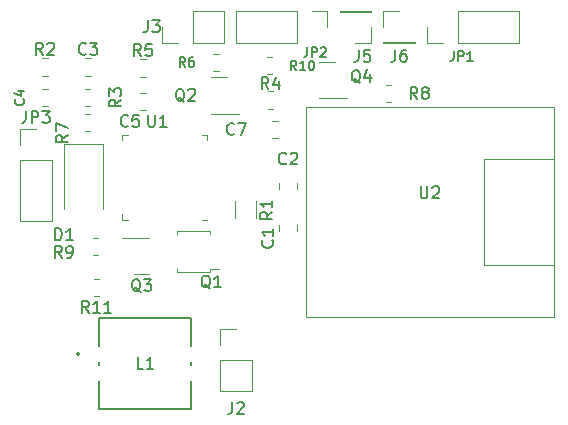
<source format=gbr>
%TF.GenerationSoftware,KiCad,Pcbnew,7.0.9*%
%TF.CreationDate,2024-04-08T13:50:44+02:00*%
%TF.ProjectId,Test_1,54657374-5f31-42e6-9b69-6361645f7063,rev?*%
%TF.SameCoordinates,Original*%
%TF.FileFunction,Legend,Top*%
%TF.FilePolarity,Positive*%
%FSLAX46Y46*%
G04 Gerber Fmt 4.6, Leading zero omitted, Abs format (unit mm)*
G04 Created by KiCad (PCBNEW 7.0.9) date 2024-04-08 13:50:44*
%MOMM*%
%LPD*%
G01*
G04 APERTURE LIST*
%ADD10C,0.150000*%
%ADD11C,0.120000*%
%ADD12C,0.152400*%
G04 APERTURE END LIST*
D10*
X85954819Y-127366666D02*
X85478628Y-127699999D01*
X85954819Y-127938094D02*
X84954819Y-127938094D01*
X84954819Y-127938094D02*
X84954819Y-127557142D01*
X84954819Y-127557142D02*
X85002438Y-127461904D01*
X85002438Y-127461904D02*
X85050057Y-127414285D01*
X85050057Y-127414285D02*
X85145295Y-127366666D01*
X85145295Y-127366666D02*
X85288152Y-127366666D01*
X85288152Y-127366666D02*
X85383390Y-127414285D01*
X85383390Y-127414285D02*
X85431009Y-127461904D01*
X85431009Y-127461904D02*
X85478628Y-127557142D01*
X85478628Y-127557142D02*
X85478628Y-127938094D01*
X84954819Y-127033332D02*
X84954819Y-126414285D01*
X84954819Y-126414285D02*
X85335771Y-126747618D01*
X85335771Y-126747618D02*
X85335771Y-126604761D01*
X85335771Y-126604761D02*
X85383390Y-126509523D01*
X85383390Y-126509523D02*
X85431009Y-126461904D01*
X85431009Y-126461904D02*
X85526247Y-126414285D01*
X85526247Y-126414285D02*
X85764342Y-126414285D01*
X85764342Y-126414285D02*
X85859580Y-126461904D01*
X85859580Y-126461904D02*
X85907200Y-126509523D01*
X85907200Y-126509523D02*
X85954819Y-126604761D01*
X85954819Y-126604761D02*
X85954819Y-126890475D01*
X85954819Y-126890475D02*
X85907200Y-126985713D01*
X85907200Y-126985713D02*
X85859580Y-127033332D01*
X87833333Y-150154719D02*
X87357143Y-150154719D01*
X87357143Y-150154719D02*
X87357143Y-149154719D01*
X88690476Y-150154719D02*
X88119048Y-150154719D01*
X88404762Y-150154719D02*
X88404762Y-149154719D01*
X88404762Y-149154719D02*
X88309524Y-149297576D01*
X88309524Y-149297576D02*
X88214286Y-149392814D01*
X88214286Y-149392814D02*
X88119048Y-149440433D01*
X95533333Y-130259580D02*
X95485714Y-130307200D01*
X95485714Y-130307200D02*
X95342857Y-130354819D01*
X95342857Y-130354819D02*
X95247619Y-130354819D01*
X95247619Y-130354819D02*
X95104762Y-130307200D01*
X95104762Y-130307200D02*
X95009524Y-130211961D01*
X95009524Y-130211961D02*
X94961905Y-130116723D01*
X94961905Y-130116723D02*
X94914286Y-129926247D01*
X94914286Y-129926247D02*
X94914286Y-129783390D01*
X94914286Y-129783390D02*
X94961905Y-129592914D01*
X94961905Y-129592914D02*
X95009524Y-129497676D01*
X95009524Y-129497676D02*
X95104762Y-129402438D01*
X95104762Y-129402438D02*
X95247619Y-129354819D01*
X95247619Y-129354819D02*
X95342857Y-129354819D01*
X95342857Y-129354819D02*
X95485714Y-129402438D01*
X95485714Y-129402438D02*
X95533333Y-129450057D01*
X95866667Y-129354819D02*
X96533333Y-129354819D01*
X96533333Y-129354819D02*
X96104762Y-130354819D01*
X114133333Y-123262295D02*
X114133333Y-123833723D01*
X114133333Y-123833723D02*
X114095238Y-123948009D01*
X114095238Y-123948009D02*
X114019047Y-124024200D01*
X114019047Y-124024200D02*
X113904762Y-124062295D01*
X113904762Y-124062295D02*
X113828571Y-124062295D01*
X114514286Y-124062295D02*
X114514286Y-123262295D01*
X114514286Y-123262295D02*
X114819048Y-123262295D01*
X114819048Y-123262295D02*
X114895238Y-123300390D01*
X114895238Y-123300390D02*
X114933333Y-123338485D01*
X114933333Y-123338485D02*
X114971429Y-123414676D01*
X114971429Y-123414676D02*
X114971429Y-123528961D01*
X114971429Y-123528961D02*
X114933333Y-123605152D01*
X114933333Y-123605152D02*
X114895238Y-123643247D01*
X114895238Y-123643247D02*
X114819048Y-123681342D01*
X114819048Y-123681342D02*
X114514286Y-123681342D01*
X115733333Y-124062295D02*
X115276190Y-124062295D01*
X115504762Y-124062295D02*
X115504762Y-123262295D01*
X115504762Y-123262295D02*
X115428571Y-123376580D01*
X115428571Y-123376580D02*
X115352381Y-123452771D01*
X115352381Y-123452771D02*
X115276190Y-123490866D01*
X87604761Y-143650057D02*
X87509523Y-143602438D01*
X87509523Y-143602438D02*
X87414285Y-143507200D01*
X87414285Y-143507200D02*
X87271428Y-143364342D01*
X87271428Y-143364342D02*
X87176190Y-143316723D01*
X87176190Y-143316723D02*
X87080952Y-143316723D01*
X87128571Y-143554819D02*
X87033333Y-143507200D01*
X87033333Y-143507200D02*
X86938095Y-143411961D01*
X86938095Y-143411961D02*
X86890476Y-143221485D01*
X86890476Y-143221485D02*
X86890476Y-142888152D01*
X86890476Y-142888152D02*
X86938095Y-142697676D01*
X86938095Y-142697676D02*
X87033333Y-142602438D01*
X87033333Y-142602438D02*
X87128571Y-142554819D01*
X87128571Y-142554819D02*
X87319047Y-142554819D01*
X87319047Y-142554819D02*
X87414285Y-142602438D01*
X87414285Y-142602438D02*
X87509523Y-142697676D01*
X87509523Y-142697676D02*
X87557142Y-142888152D01*
X87557142Y-142888152D02*
X87557142Y-143221485D01*
X87557142Y-143221485D02*
X87509523Y-143411961D01*
X87509523Y-143411961D02*
X87414285Y-143507200D01*
X87414285Y-143507200D02*
X87319047Y-143554819D01*
X87319047Y-143554819D02*
X87128571Y-143554819D01*
X87890476Y-142554819D02*
X88509523Y-142554819D01*
X88509523Y-142554819D02*
X88176190Y-142935771D01*
X88176190Y-142935771D02*
X88319047Y-142935771D01*
X88319047Y-142935771D02*
X88414285Y-142983390D01*
X88414285Y-142983390D02*
X88461904Y-143031009D01*
X88461904Y-143031009D02*
X88509523Y-143126247D01*
X88509523Y-143126247D02*
X88509523Y-143364342D01*
X88509523Y-143364342D02*
X88461904Y-143459580D01*
X88461904Y-143459580D02*
X88414285Y-143507200D01*
X88414285Y-143507200D02*
X88319047Y-143554819D01*
X88319047Y-143554819D02*
X88033333Y-143554819D01*
X88033333Y-143554819D02*
X87938095Y-143507200D01*
X87938095Y-143507200D02*
X87890476Y-143459580D01*
X91366667Y-124562295D02*
X91100000Y-124181342D01*
X90909524Y-124562295D02*
X90909524Y-123762295D01*
X90909524Y-123762295D02*
X91214286Y-123762295D01*
X91214286Y-123762295D02*
X91290476Y-123800390D01*
X91290476Y-123800390D02*
X91328571Y-123838485D01*
X91328571Y-123838485D02*
X91366667Y-123914676D01*
X91366667Y-123914676D02*
X91366667Y-124028961D01*
X91366667Y-124028961D02*
X91328571Y-124105152D01*
X91328571Y-124105152D02*
X91290476Y-124143247D01*
X91290476Y-124143247D02*
X91214286Y-124181342D01*
X91214286Y-124181342D02*
X90909524Y-124181342D01*
X92052381Y-123762295D02*
X91900000Y-123762295D01*
X91900000Y-123762295D02*
X91823809Y-123800390D01*
X91823809Y-123800390D02*
X91785714Y-123838485D01*
X91785714Y-123838485D02*
X91709524Y-123952771D01*
X91709524Y-123952771D02*
X91671428Y-124105152D01*
X91671428Y-124105152D02*
X91671428Y-124409914D01*
X91671428Y-124409914D02*
X91709524Y-124486104D01*
X91709524Y-124486104D02*
X91747619Y-124524200D01*
X91747619Y-124524200D02*
X91823809Y-124562295D01*
X91823809Y-124562295D02*
X91976190Y-124562295D01*
X91976190Y-124562295D02*
X92052381Y-124524200D01*
X92052381Y-124524200D02*
X92090476Y-124486104D01*
X92090476Y-124486104D02*
X92128571Y-124409914D01*
X92128571Y-124409914D02*
X92128571Y-124219438D01*
X92128571Y-124219438D02*
X92090476Y-124143247D01*
X92090476Y-124143247D02*
X92052381Y-124105152D01*
X92052381Y-124105152D02*
X91976190Y-124067057D01*
X91976190Y-124067057D02*
X91823809Y-124067057D01*
X91823809Y-124067057D02*
X91747619Y-124105152D01*
X91747619Y-124105152D02*
X91709524Y-124143247D01*
X91709524Y-124143247D02*
X91671428Y-124219438D01*
X83207142Y-145404819D02*
X82873809Y-144928628D01*
X82635714Y-145404819D02*
X82635714Y-144404819D01*
X82635714Y-144404819D02*
X83016666Y-144404819D01*
X83016666Y-144404819D02*
X83111904Y-144452438D01*
X83111904Y-144452438D02*
X83159523Y-144500057D01*
X83159523Y-144500057D02*
X83207142Y-144595295D01*
X83207142Y-144595295D02*
X83207142Y-144738152D01*
X83207142Y-144738152D02*
X83159523Y-144833390D01*
X83159523Y-144833390D02*
X83111904Y-144881009D01*
X83111904Y-144881009D02*
X83016666Y-144928628D01*
X83016666Y-144928628D02*
X82635714Y-144928628D01*
X84159523Y-145404819D02*
X83588095Y-145404819D01*
X83873809Y-145404819D02*
X83873809Y-144404819D01*
X83873809Y-144404819D02*
X83778571Y-144547676D01*
X83778571Y-144547676D02*
X83683333Y-144642914D01*
X83683333Y-144642914D02*
X83588095Y-144690533D01*
X85111904Y-145404819D02*
X84540476Y-145404819D01*
X84826190Y-145404819D02*
X84826190Y-144404819D01*
X84826190Y-144404819D02*
X84730952Y-144547676D01*
X84730952Y-144547676D02*
X84635714Y-144642914D01*
X84635714Y-144642914D02*
X84540476Y-144690533D01*
X98433333Y-126454819D02*
X98100000Y-125978628D01*
X97861905Y-126454819D02*
X97861905Y-125454819D01*
X97861905Y-125454819D02*
X98242857Y-125454819D01*
X98242857Y-125454819D02*
X98338095Y-125502438D01*
X98338095Y-125502438D02*
X98385714Y-125550057D01*
X98385714Y-125550057D02*
X98433333Y-125645295D01*
X98433333Y-125645295D02*
X98433333Y-125788152D01*
X98433333Y-125788152D02*
X98385714Y-125883390D01*
X98385714Y-125883390D02*
X98338095Y-125931009D01*
X98338095Y-125931009D02*
X98242857Y-125978628D01*
X98242857Y-125978628D02*
X97861905Y-125978628D01*
X99290476Y-125788152D02*
X99290476Y-126454819D01*
X99052381Y-125407200D02*
X98814286Y-126121485D01*
X98814286Y-126121485D02*
X99433333Y-126121485D01*
X80361905Y-139254819D02*
X80361905Y-138254819D01*
X80361905Y-138254819D02*
X80600000Y-138254819D01*
X80600000Y-138254819D02*
X80742857Y-138302438D01*
X80742857Y-138302438D02*
X80838095Y-138397676D01*
X80838095Y-138397676D02*
X80885714Y-138492914D01*
X80885714Y-138492914D02*
X80933333Y-138683390D01*
X80933333Y-138683390D02*
X80933333Y-138826247D01*
X80933333Y-138826247D02*
X80885714Y-139016723D01*
X80885714Y-139016723D02*
X80838095Y-139111961D01*
X80838095Y-139111961D02*
X80742857Y-139207200D01*
X80742857Y-139207200D02*
X80600000Y-139254819D01*
X80600000Y-139254819D02*
X80361905Y-139254819D01*
X81885714Y-139254819D02*
X81314286Y-139254819D01*
X81600000Y-139254819D02*
X81600000Y-138254819D01*
X81600000Y-138254819D02*
X81504762Y-138397676D01*
X81504762Y-138397676D02*
X81409524Y-138492914D01*
X81409524Y-138492914D02*
X81314286Y-138540533D01*
X98754819Y-136866666D02*
X98278628Y-137199999D01*
X98754819Y-137438094D02*
X97754819Y-137438094D01*
X97754819Y-137438094D02*
X97754819Y-137057142D01*
X97754819Y-137057142D02*
X97802438Y-136961904D01*
X97802438Y-136961904D02*
X97850057Y-136914285D01*
X97850057Y-136914285D02*
X97945295Y-136866666D01*
X97945295Y-136866666D02*
X98088152Y-136866666D01*
X98088152Y-136866666D02*
X98183390Y-136914285D01*
X98183390Y-136914285D02*
X98231009Y-136961904D01*
X98231009Y-136961904D02*
X98278628Y-137057142D01*
X98278628Y-137057142D02*
X98278628Y-137438094D01*
X98754819Y-135914285D02*
X98754819Y-136485713D01*
X98754819Y-136199999D02*
X97754819Y-136199999D01*
X97754819Y-136199999D02*
X97897676Y-136295237D01*
X97897676Y-136295237D02*
X97992914Y-136390475D01*
X97992914Y-136390475D02*
X98040533Y-136485713D01*
X86533333Y-129559580D02*
X86485714Y-129607200D01*
X86485714Y-129607200D02*
X86342857Y-129654819D01*
X86342857Y-129654819D02*
X86247619Y-129654819D01*
X86247619Y-129654819D02*
X86104762Y-129607200D01*
X86104762Y-129607200D02*
X86009524Y-129511961D01*
X86009524Y-129511961D02*
X85961905Y-129416723D01*
X85961905Y-129416723D02*
X85914286Y-129226247D01*
X85914286Y-129226247D02*
X85914286Y-129083390D01*
X85914286Y-129083390D02*
X85961905Y-128892914D01*
X85961905Y-128892914D02*
X86009524Y-128797676D01*
X86009524Y-128797676D02*
X86104762Y-128702438D01*
X86104762Y-128702438D02*
X86247619Y-128654819D01*
X86247619Y-128654819D02*
X86342857Y-128654819D01*
X86342857Y-128654819D02*
X86485714Y-128702438D01*
X86485714Y-128702438D02*
X86533333Y-128750057D01*
X87438095Y-128654819D02*
X86961905Y-128654819D01*
X86961905Y-128654819D02*
X86914286Y-129131009D01*
X86914286Y-129131009D02*
X86961905Y-129083390D01*
X86961905Y-129083390D02*
X87057143Y-129035771D01*
X87057143Y-129035771D02*
X87295238Y-129035771D01*
X87295238Y-129035771D02*
X87390476Y-129083390D01*
X87390476Y-129083390D02*
X87438095Y-129131009D01*
X87438095Y-129131009D02*
X87485714Y-129226247D01*
X87485714Y-129226247D02*
X87485714Y-129464342D01*
X87485714Y-129464342D02*
X87438095Y-129559580D01*
X87438095Y-129559580D02*
X87390476Y-129607200D01*
X87390476Y-129607200D02*
X87295238Y-129654819D01*
X87295238Y-129654819D02*
X87057143Y-129654819D01*
X87057143Y-129654819D02*
X86961905Y-129607200D01*
X86961905Y-129607200D02*
X86914286Y-129559580D01*
X101733333Y-122912295D02*
X101733333Y-123483723D01*
X101733333Y-123483723D02*
X101695238Y-123598009D01*
X101695238Y-123598009D02*
X101619047Y-123674200D01*
X101619047Y-123674200D02*
X101504762Y-123712295D01*
X101504762Y-123712295D02*
X101428571Y-123712295D01*
X102114286Y-123712295D02*
X102114286Y-122912295D01*
X102114286Y-122912295D02*
X102419048Y-122912295D01*
X102419048Y-122912295D02*
X102495238Y-122950390D01*
X102495238Y-122950390D02*
X102533333Y-122988485D01*
X102533333Y-122988485D02*
X102571429Y-123064676D01*
X102571429Y-123064676D02*
X102571429Y-123178961D01*
X102571429Y-123178961D02*
X102533333Y-123255152D01*
X102533333Y-123255152D02*
X102495238Y-123293247D01*
X102495238Y-123293247D02*
X102419048Y-123331342D01*
X102419048Y-123331342D02*
X102114286Y-123331342D01*
X102876190Y-122988485D02*
X102914286Y-122950390D01*
X102914286Y-122950390D02*
X102990476Y-122912295D01*
X102990476Y-122912295D02*
X103180952Y-122912295D01*
X103180952Y-122912295D02*
X103257143Y-122950390D01*
X103257143Y-122950390D02*
X103295238Y-122988485D01*
X103295238Y-122988485D02*
X103333333Y-123064676D01*
X103333333Y-123064676D02*
X103333333Y-123140866D01*
X103333333Y-123140866D02*
X103295238Y-123255152D01*
X103295238Y-123255152D02*
X102838095Y-123712295D01*
X102838095Y-123712295D02*
X103333333Y-123712295D01*
X77686104Y-127333332D02*
X77724200Y-127371428D01*
X77724200Y-127371428D02*
X77762295Y-127485713D01*
X77762295Y-127485713D02*
X77762295Y-127561904D01*
X77762295Y-127561904D02*
X77724200Y-127676190D01*
X77724200Y-127676190D02*
X77648009Y-127752380D01*
X77648009Y-127752380D02*
X77571819Y-127790475D01*
X77571819Y-127790475D02*
X77419438Y-127828571D01*
X77419438Y-127828571D02*
X77305152Y-127828571D01*
X77305152Y-127828571D02*
X77152771Y-127790475D01*
X77152771Y-127790475D02*
X77076580Y-127752380D01*
X77076580Y-127752380D02*
X77000390Y-127676190D01*
X77000390Y-127676190D02*
X76962295Y-127561904D01*
X76962295Y-127561904D02*
X76962295Y-127485713D01*
X76962295Y-127485713D02*
X77000390Y-127371428D01*
X77000390Y-127371428D02*
X77038485Y-127333332D01*
X77228961Y-126647618D02*
X77762295Y-126647618D01*
X76924200Y-126838094D02*
X77495628Y-127028571D01*
X77495628Y-127028571D02*
X77495628Y-126533332D01*
X79333333Y-123554819D02*
X79000000Y-123078628D01*
X78761905Y-123554819D02*
X78761905Y-122554819D01*
X78761905Y-122554819D02*
X79142857Y-122554819D01*
X79142857Y-122554819D02*
X79238095Y-122602438D01*
X79238095Y-122602438D02*
X79285714Y-122650057D01*
X79285714Y-122650057D02*
X79333333Y-122745295D01*
X79333333Y-122745295D02*
X79333333Y-122888152D01*
X79333333Y-122888152D02*
X79285714Y-122983390D01*
X79285714Y-122983390D02*
X79238095Y-123031009D01*
X79238095Y-123031009D02*
X79142857Y-123078628D01*
X79142857Y-123078628D02*
X78761905Y-123078628D01*
X79714286Y-122650057D02*
X79761905Y-122602438D01*
X79761905Y-122602438D02*
X79857143Y-122554819D01*
X79857143Y-122554819D02*
X80095238Y-122554819D01*
X80095238Y-122554819D02*
X80190476Y-122602438D01*
X80190476Y-122602438D02*
X80238095Y-122650057D01*
X80238095Y-122650057D02*
X80285714Y-122745295D01*
X80285714Y-122745295D02*
X80285714Y-122840533D01*
X80285714Y-122840533D02*
X80238095Y-122983390D01*
X80238095Y-122983390D02*
X79666667Y-123554819D01*
X79666667Y-123554819D02*
X80285714Y-123554819D01*
X82983333Y-123459580D02*
X82935714Y-123507200D01*
X82935714Y-123507200D02*
X82792857Y-123554819D01*
X82792857Y-123554819D02*
X82697619Y-123554819D01*
X82697619Y-123554819D02*
X82554762Y-123507200D01*
X82554762Y-123507200D02*
X82459524Y-123411961D01*
X82459524Y-123411961D02*
X82411905Y-123316723D01*
X82411905Y-123316723D02*
X82364286Y-123126247D01*
X82364286Y-123126247D02*
X82364286Y-122983390D01*
X82364286Y-122983390D02*
X82411905Y-122792914D01*
X82411905Y-122792914D02*
X82459524Y-122697676D01*
X82459524Y-122697676D02*
X82554762Y-122602438D01*
X82554762Y-122602438D02*
X82697619Y-122554819D01*
X82697619Y-122554819D02*
X82792857Y-122554819D01*
X82792857Y-122554819D02*
X82935714Y-122602438D01*
X82935714Y-122602438D02*
X82983333Y-122650057D01*
X83316667Y-122554819D02*
X83935714Y-122554819D01*
X83935714Y-122554819D02*
X83602381Y-122935771D01*
X83602381Y-122935771D02*
X83745238Y-122935771D01*
X83745238Y-122935771D02*
X83840476Y-122983390D01*
X83840476Y-122983390D02*
X83888095Y-123031009D01*
X83888095Y-123031009D02*
X83935714Y-123126247D01*
X83935714Y-123126247D02*
X83935714Y-123364342D01*
X83935714Y-123364342D02*
X83888095Y-123459580D01*
X83888095Y-123459580D02*
X83840476Y-123507200D01*
X83840476Y-123507200D02*
X83745238Y-123554819D01*
X83745238Y-123554819D02*
X83459524Y-123554819D01*
X83459524Y-123554819D02*
X83364286Y-123507200D01*
X83364286Y-123507200D02*
X83316667Y-123459580D01*
X91317261Y-127550057D02*
X91222023Y-127502438D01*
X91222023Y-127502438D02*
X91126785Y-127407200D01*
X91126785Y-127407200D02*
X90983928Y-127264342D01*
X90983928Y-127264342D02*
X90888690Y-127216723D01*
X90888690Y-127216723D02*
X90793452Y-127216723D01*
X90841071Y-127454819D02*
X90745833Y-127407200D01*
X90745833Y-127407200D02*
X90650595Y-127311961D01*
X90650595Y-127311961D02*
X90602976Y-127121485D01*
X90602976Y-127121485D02*
X90602976Y-126788152D01*
X90602976Y-126788152D02*
X90650595Y-126597676D01*
X90650595Y-126597676D02*
X90745833Y-126502438D01*
X90745833Y-126502438D02*
X90841071Y-126454819D01*
X90841071Y-126454819D02*
X91031547Y-126454819D01*
X91031547Y-126454819D02*
X91126785Y-126502438D01*
X91126785Y-126502438D02*
X91222023Y-126597676D01*
X91222023Y-126597676D02*
X91269642Y-126788152D01*
X91269642Y-126788152D02*
X91269642Y-127121485D01*
X91269642Y-127121485D02*
X91222023Y-127311961D01*
X91222023Y-127311961D02*
X91126785Y-127407200D01*
X91126785Y-127407200D02*
X91031547Y-127454819D01*
X91031547Y-127454819D02*
X90841071Y-127454819D01*
X91650595Y-126550057D02*
X91698214Y-126502438D01*
X91698214Y-126502438D02*
X91793452Y-126454819D01*
X91793452Y-126454819D02*
X92031547Y-126454819D01*
X92031547Y-126454819D02*
X92126785Y-126502438D01*
X92126785Y-126502438D02*
X92174404Y-126550057D01*
X92174404Y-126550057D02*
X92222023Y-126645295D01*
X92222023Y-126645295D02*
X92222023Y-126740533D01*
X92222023Y-126740533D02*
X92174404Y-126883390D01*
X92174404Y-126883390D02*
X91602976Y-127454819D01*
X91602976Y-127454819D02*
X92222023Y-127454819D01*
X109166666Y-123154819D02*
X109166666Y-123869104D01*
X109166666Y-123869104D02*
X109119047Y-124011961D01*
X109119047Y-124011961D02*
X109023809Y-124107200D01*
X109023809Y-124107200D02*
X108880952Y-124154819D01*
X108880952Y-124154819D02*
X108785714Y-124154819D01*
X110071428Y-123154819D02*
X109880952Y-123154819D01*
X109880952Y-123154819D02*
X109785714Y-123202438D01*
X109785714Y-123202438D02*
X109738095Y-123250057D01*
X109738095Y-123250057D02*
X109642857Y-123392914D01*
X109642857Y-123392914D02*
X109595238Y-123583390D01*
X109595238Y-123583390D02*
X109595238Y-123964342D01*
X109595238Y-123964342D02*
X109642857Y-124059580D01*
X109642857Y-124059580D02*
X109690476Y-124107200D01*
X109690476Y-124107200D02*
X109785714Y-124154819D01*
X109785714Y-124154819D02*
X109976190Y-124154819D01*
X109976190Y-124154819D02*
X110071428Y-124107200D01*
X110071428Y-124107200D02*
X110119047Y-124059580D01*
X110119047Y-124059580D02*
X110166666Y-123964342D01*
X110166666Y-123964342D02*
X110166666Y-123726247D01*
X110166666Y-123726247D02*
X110119047Y-123631009D01*
X110119047Y-123631009D02*
X110071428Y-123583390D01*
X110071428Y-123583390D02*
X109976190Y-123535771D01*
X109976190Y-123535771D02*
X109785714Y-123535771D01*
X109785714Y-123535771D02*
X109690476Y-123583390D01*
X109690476Y-123583390D02*
X109642857Y-123631009D01*
X109642857Y-123631009D02*
X109595238Y-123726247D01*
X99933333Y-132759580D02*
X99885714Y-132807200D01*
X99885714Y-132807200D02*
X99742857Y-132854819D01*
X99742857Y-132854819D02*
X99647619Y-132854819D01*
X99647619Y-132854819D02*
X99504762Y-132807200D01*
X99504762Y-132807200D02*
X99409524Y-132711961D01*
X99409524Y-132711961D02*
X99361905Y-132616723D01*
X99361905Y-132616723D02*
X99314286Y-132426247D01*
X99314286Y-132426247D02*
X99314286Y-132283390D01*
X99314286Y-132283390D02*
X99361905Y-132092914D01*
X99361905Y-132092914D02*
X99409524Y-131997676D01*
X99409524Y-131997676D02*
X99504762Y-131902438D01*
X99504762Y-131902438D02*
X99647619Y-131854819D01*
X99647619Y-131854819D02*
X99742857Y-131854819D01*
X99742857Y-131854819D02*
X99885714Y-131902438D01*
X99885714Y-131902438D02*
X99933333Y-131950057D01*
X100314286Y-131950057D02*
X100361905Y-131902438D01*
X100361905Y-131902438D02*
X100457143Y-131854819D01*
X100457143Y-131854819D02*
X100695238Y-131854819D01*
X100695238Y-131854819D02*
X100790476Y-131902438D01*
X100790476Y-131902438D02*
X100838095Y-131950057D01*
X100838095Y-131950057D02*
X100885714Y-132045295D01*
X100885714Y-132045295D02*
X100885714Y-132140533D01*
X100885714Y-132140533D02*
X100838095Y-132283390D01*
X100838095Y-132283390D02*
X100266667Y-132854819D01*
X100266667Y-132854819D02*
X100885714Y-132854819D01*
X81454819Y-130366666D02*
X80978628Y-130699999D01*
X81454819Y-130938094D02*
X80454819Y-130938094D01*
X80454819Y-130938094D02*
X80454819Y-130557142D01*
X80454819Y-130557142D02*
X80502438Y-130461904D01*
X80502438Y-130461904D02*
X80550057Y-130414285D01*
X80550057Y-130414285D02*
X80645295Y-130366666D01*
X80645295Y-130366666D02*
X80788152Y-130366666D01*
X80788152Y-130366666D02*
X80883390Y-130414285D01*
X80883390Y-130414285D02*
X80931009Y-130461904D01*
X80931009Y-130461904D02*
X80978628Y-130557142D01*
X80978628Y-130557142D02*
X80978628Y-130938094D01*
X80454819Y-130033332D02*
X80454819Y-129366666D01*
X80454819Y-129366666D02*
X81454819Y-129795237D01*
X77906666Y-128324819D02*
X77906666Y-129039104D01*
X77906666Y-129039104D02*
X77859047Y-129181961D01*
X77859047Y-129181961D02*
X77763809Y-129277200D01*
X77763809Y-129277200D02*
X77620952Y-129324819D01*
X77620952Y-129324819D02*
X77525714Y-129324819D01*
X78382857Y-129324819D02*
X78382857Y-128324819D01*
X78382857Y-128324819D02*
X78763809Y-128324819D01*
X78763809Y-128324819D02*
X78859047Y-128372438D01*
X78859047Y-128372438D02*
X78906666Y-128420057D01*
X78906666Y-128420057D02*
X78954285Y-128515295D01*
X78954285Y-128515295D02*
X78954285Y-128658152D01*
X78954285Y-128658152D02*
X78906666Y-128753390D01*
X78906666Y-128753390D02*
X78859047Y-128801009D01*
X78859047Y-128801009D02*
X78763809Y-128848628D01*
X78763809Y-128848628D02*
X78382857Y-128848628D01*
X79287619Y-128324819D02*
X79906666Y-128324819D01*
X79906666Y-128324819D02*
X79573333Y-128705771D01*
X79573333Y-128705771D02*
X79716190Y-128705771D01*
X79716190Y-128705771D02*
X79811428Y-128753390D01*
X79811428Y-128753390D02*
X79859047Y-128801009D01*
X79859047Y-128801009D02*
X79906666Y-128896247D01*
X79906666Y-128896247D02*
X79906666Y-129134342D01*
X79906666Y-129134342D02*
X79859047Y-129229580D01*
X79859047Y-129229580D02*
X79811428Y-129277200D01*
X79811428Y-129277200D02*
X79716190Y-129324819D01*
X79716190Y-129324819D02*
X79430476Y-129324819D01*
X79430476Y-129324819D02*
X79335238Y-129277200D01*
X79335238Y-129277200D02*
X79287619Y-129229580D01*
X88238095Y-128654819D02*
X88238095Y-129464342D01*
X88238095Y-129464342D02*
X88285714Y-129559580D01*
X88285714Y-129559580D02*
X88333333Y-129607200D01*
X88333333Y-129607200D02*
X88428571Y-129654819D01*
X88428571Y-129654819D02*
X88619047Y-129654819D01*
X88619047Y-129654819D02*
X88714285Y-129607200D01*
X88714285Y-129607200D02*
X88761904Y-129559580D01*
X88761904Y-129559580D02*
X88809523Y-129464342D01*
X88809523Y-129464342D02*
X88809523Y-128654819D01*
X89809523Y-129654819D02*
X89238095Y-129654819D01*
X89523809Y-129654819D02*
X89523809Y-128654819D01*
X89523809Y-128654819D02*
X89428571Y-128797676D01*
X89428571Y-128797676D02*
X89333333Y-128892914D01*
X89333333Y-128892914D02*
X89238095Y-128940533D01*
X111033333Y-127304819D02*
X110700000Y-126828628D01*
X110461905Y-127304819D02*
X110461905Y-126304819D01*
X110461905Y-126304819D02*
X110842857Y-126304819D01*
X110842857Y-126304819D02*
X110938095Y-126352438D01*
X110938095Y-126352438D02*
X110985714Y-126400057D01*
X110985714Y-126400057D02*
X111033333Y-126495295D01*
X111033333Y-126495295D02*
X111033333Y-126638152D01*
X111033333Y-126638152D02*
X110985714Y-126733390D01*
X110985714Y-126733390D02*
X110938095Y-126781009D01*
X110938095Y-126781009D02*
X110842857Y-126828628D01*
X110842857Y-126828628D02*
X110461905Y-126828628D01*
X111604762Y-126733390D02*
X111509524Y-126685771D01*
X111509524Y-126685771D02*
X111461905Y-126638152D01*
X111461905Y-126638152D02*
X111414286Y-126542914D01*
X111414286Y-126542914D02*
X111414286Y-126495295D01*
X111414286Y-126495295D02*
X111461905Y-126400057D01*
X111461905Y-126400057D02*
X111509524Y-126352438D01*
X111509524Y-126352438D02*
X111604762Y-126304819D01*
X111604762Y-126304819D02*
X111795238Y-126304819D01*
X111795238Y-126304819D02*
X111890476Y-126352438D01*
X111890476Y-126352438D02*
X111938095Y-126400057D01*
X111938095Y-126400057D02*
X111985714Y-126495295D01*
X111985714Y-126495295D02*
X111985714Y-126542914D01*
X111985714Y-126542914D02*
X111938095Y-126638152D01*
X111938095Y-126638152D02*
X111890476Y-126685771D01*
X111890476Y-126685771D02*
X111795238Y-126733390D01*
X111795238Y-126733390D02*
X111604762Y-126733390D01*
X111604762Y-126733390D02*
X111509524Y-126781009D01*
X111509524Y-126781009D02*
X111461905Y-126828628D01*
X111461905Y-126828628D02*
X111414286Y-126923866D01*
X111414286Y-126923866D02*
X111414286Y-127114342D01*
X111414286Y-127114342D02*
X111461905Y-127209580D01*
X111461905Y-127209580D02*
X111509524Y-127257200D01*
X111509524Y-127257200D02*
X111604762Y-127304819D01*
X111604762Y-127304819D02*
X111795238Y-127304819D01*
X111795238Y-127304819D02*
X111890476Y-127257200D01*
X111890476Y-127257200D02*
X111938095Y-127209580D01*
X111938095Y-127209580D02*
X111985714Y-127114342D01*
X111985714Y-127114342D02*
X111985714Y-126923866D01*
X111985714Y-126923866D02*
X111938095Y-126828628D01*
X111938095Y-126828628D02*
X111890476Y-126781009D01*
X111890476Y-126781009D02*
X111795238Y-126733390D01*
X106066666Y-123154819D02*
X106066666Y-123869104D01*
X106066666Y-123869104D02*
X106019047Y-124011961D01*
X106019047Y-124011961D02*
X105923809Y-124107200D01*
X105923809Y-124107200D02*
X105780952Y-124154819D01*
X105780952Y-124154819D02*
X105685714Y-124154819D01*
X107019047Y-123154819D02*
X106542857Y-123154819D01*
X106542857Y-123154819D02*
X106495238Y-123631009D01*
X106495238Y-123631009D02*
X106542857Y-123583390D01*
X106542857Y-123583390D02*
X106638095Y-123535771D01*
X106638095Y-123535771D02*
X106876190Y-123535771D01*
X106876190Y-123535771D02*
X106971428Y-123583390D01*
X106971428Y-123583390D02*
X107019047Y-123631009D01*
X107019047Y-123631009D02*
X107066666Y-123726247D01*
X107066666Y-123726247D02*
X107066666Y-123964342D01*
X107066666Y-123964342D02*
X107019047Y-124059580D01*
X107019047Y-124059580D02*
X106971428Y-124107200D01*
X106971428Y-124107200D02*
X106876190Y-124154819D01*
X106876190Y-124154819D02*
X106638095Y-124154819D01*
X106638095Y-124154819D02*
X106542857Y-124107200D01*
X106542857Y-124107200D02*
X106495238Y-124059580D01*
X80933333Y-140754819D02*
X80600000Y-140278628D01*
X80361905Y-140754819D02*
X80361905Y-139754819D01*
X80361905Y-139754819D02*
X80742857Y-139754819D01*
X80742857Y-139754819D02*
X80838095Y-139802438D01*
X80838095Y-139802438D02*
X80885714Y-139850057D01*
X80885714Y-139850057D02*
X80933333Y-139945295D01*
X80933333Y-139945295D02*
X80933333Y-140088152D01*
X80933333Y-140088152D02*
X80885714Y-140183390D01*
X80885714Y-140183390D02*
X80838095Y-140231009D01*
X80838095Y-140231009D02*
X80742857Y-140278628D01*
X80742857Y-140278628D02*
X80361905Y-140278628D01*
X81409524Y-140754819D02*
X81600000Y-140754819D01*
X81600000Y-140754819D02*
X81695238Y-140707200D01*
X81695238Y-140707200D02*
X81742857Y-140659580D01*
X81742857Y-140659580D02*
X81838095Y-140516723D01*
X81838095Y-140516723D02*
X81885714Y-140326247D01*
X81885714Y-140326247D02*
X81885714Y-139945295D01*
X81885714Y-139945295D02*
X81838095Y-139850057D01*
X81838095Y-139850057D02*
X81790476Y-139802438D01*
X81790476Y-139802438D02*
X81695238Y-139754819D01*
X81695238Y-139754819D02*
X81504762Y-139754819D01*
X81504762Y-139754819D02*
X81409524Y-139802438D01*
X81409524Y-139802438D02*
X81361905Y-139850057D01*
X81361905Y-139850057D02*
X81314286Y-139945295D01*
X81314286Y-139945295D02*
X81314286Y-140183390D01*
X81314286Y-140183390D02*
X81361905Y-140278628D01*
X81361905Y-140278628D02*
X81409524Y-140326247D01*
X81409524Y-140326247D02*
X81504762Y-140373866D01*
X81504762Y-140373866D02*
X81695238Y-140373866D01*
X81695238Y-140373866D02*
X81790476Y-140326247D01*
X81790476Y-140326247D02*
X81838095Y-140278628D01*
X81838095Y-140278628D02*
X81885714Y-140183390D01*
X95366666Y-152979819D02*
X95366666Y-153694104D01*
X95366666Y-153694104D02*
X95319047Y-153836961D01*
X95319047Y-153836961D02*
X95223809Y-153932200D01*
X95223809Y-153932200D02*
X95080952Y-153979819D01*
X95080952Y-153979819D02*
X94985714Y-153979819D01*
X95795238Y-153075057D02*
X95842857Y-153027438D01*
X95842857Y-153027438D02*
X95938095Y-152979819D01*
X95938095Y-152979819D02*
X96176190Y-152979819D01*
X96176190Y-152979819D02*
X96271428Y-153027438D01*
X96271428Y-153027438D02*
X96319047Y-153075057D01*
X96319047Y-153075057D02*
X96366666Y-153170295D01*
X96366666Y-153170295D02*
X96366666Y-153265533D01*
X96366666Y-153265533D02*
X96319047Y-153408390D01*
X96319047Y-153408390D02*
X95747619Y-153979819D01*
X95747619Y-153979819D02*
X96366666Y-153979819D01*
X100785714Y-124862295D02*
X100519047Y-124481342D01*
X100328571Y-124862295D02*
X100328571Y-124062295D01*
X100328571Y-124062295D02*
X100633333Y-124062295D01*
X100633333Y-124062295D02*
X100709523Y-124100390D01*
X100709523Y-124100390D02*
X100747618Y-124138485D01*
X100747618Y-124138485D02*
X100785714Y-124214676D01*
X100785714Y-124214676D02*
X100785714Y-124328961D01*
X100785714Y-124328961D02*
X100747618Y-124405152D01*
X100747618Y-124405152D02*
X100709523Y-124443247D01*
X100709523Y-124443247D02*
X100633333Y-124481342D01*
X100633333Y-124481342D02*
X100328571Y-124481342D01*
X101547618Y-124862295D02*
X101090475Y-124862295D01*
X101319047Y-124862295D02*
X101319047Y-124062295D01*
X101319047Y-124062295D02*
X101242856Y-124176580D01*
X101242856Y-124176580D02*
X101166666Y-124252771D01*
X101166666Y-124252771D02*
X101090475Y-124290866D01*
X102042857Y-124062295D02*
X102119047Y-124062295D01*
X102119047Y-124062295D02*
X102195238Y-124100390D01*
X102195238Y-124100390D02*
X102233333Y-124138485D01*
X102233333Y-124138485D02*
X102271428Y-124214676D01*
X102271428Y-124214676D02*
X102309523Y-124367057D01*
X102309523Y-124367057D02*
X102309523Y-124557533D01*
X102309523Y-124557533D02*
X102271428Y-124709914D01*
X102271428Y-124709914D02*
X102233333Y-124786104D01*
X102233333Y-124786104D02*
X102195238Y-124824200D01*
X102195238Y-124824200D02*
X102119047Y-124862295D01*
X102119047Y-124862295D02*
X102042857Y-124862295D01*
X102042857Y-124862295D02*
X101966666Y-124824200D01*
X101966666Y-124824200D02*
X101928571Y-124786104D01*
X101928571Y-124786104D02*
X101890476Y-124709914D01*
X101890476Y-124709914D02*
X101852380Y-124557533D01*
X101852380Y-124557533D02*
X101852380Y-124367057D01*
X101852380Y-124367057D02*
X101890476Y-124214676D01*
X101890476Y-124214676D02*
X101928571Y-124138485D01*
X101928571Y-124138485D02*
X101966666Y-124100390D01*
X101966666Y-124100390D02*
X102042857Y-124062295D01*
X93504761Y-143350057D02*
X93409523Y-143302438D01*
X93409523Y-143302438D02*
X93314285Y-143207200D01*
X93314285Y-143207200D02*
X93171428Y-143064342D01*
X93171428Y-143064342D02*
X93076190Y-143016723D01*
X93076190Y-143016723D02*
X92980952Y-143016723D01*
X93028571Y-143254819D02*
X92933333Y-143207200D01*
X92933333Y-143207200D02*
X92838095Y-143111961D01*
X92838095Y-143111961D02*
X92790476Y-142921485D01*
X92790476Y-142921485D02*
X92790476Y-142588152D01*
X92790476Y-142588152D02*
X92838095Y-142397676D01*
X92838095Y-142397676D02*
X92933333Y-142302438D01*
X92933333Y-142302438D02*
X93028571Y-142254819D01*
X93028571Y-142254819D02*
X93219047Y-142254819D01*
X93219047Y-142254819D02*
X93314285Y-142302438D01*
X93314285Y-142302438D02*
X93409523Y-142397676D01*
X93409523Y-142397676D02*
X93457142Y-142588152D01*
X93457142Y-142588152D02*
X93457142Y-142921485D01*
X93457142Y-142921485D02*
X93409523Y-143111961D01*
X93409523Y-143111961D02*
X93314285Y-143207200D01*
X93314285Y-143207200D02*
X93219047Y-143254819D01*
X93219047Y-143254819D02*
X93028571Y-143254819D01*
X94409523Y-143254819D02*
X93838095Y-143254819D01*
X94123809Y-143254819D02*
X94123809Y-142254819D01*
X94123809Y-142254819D02*
X94028571Y-142397676D01*
X94028571Y-142397676D02*
X93933333Y-142492914D01*
X93933333Y-142492914D02*
X93838095Y-142540533D01*
X87633333Y-123654819D02*
X87300000Y-123178628D01*
X87061905Y-123654819D02*
X87061905Y-122654819D01*
X87061905Y-122654819D02*
X87442857Y-122654819D01*
X87442857Y-122654819D02*
X87538095Y-122702438D01*
X87538095Y-122702438D02*
X87585714Y-122750057D01*
X87585714Y-122750057D02*
X87633333Y-122845295D01*
X87633333Y-122845295D02*
X87633333Y-122988152D01*
X87633333Y-122988152D02*
X87585714Y-123083390D01*
X87585714Y-123083390D02*
X87538095Y-123131009D01*
X87538095Y-123131009D02*
X87442857Y-123178628D01*
X87442857Y-123178628D02*
X87061905Y-123178628D01*
X88538095Y-122654819D02*
X88061905Y-122654819D01*
X88061905Y-122654819D02*
X88014286Y-123131009D01*
X88014286Y-123131009D02*
X88061905Y-123083390D01*
X88061905Y-123083390D02*
X88157143Y-123035771D01*
X88157143Y-123035771D02*
X88395238Y-123035771D01*
X88395238Y-123035771D02*
X88490476Y-123083390D01*
X88490476Y-123083390D02*
X88538095Y-123131009D01*
X88538095Y-123131009D02*
X88585714Y-123226247D01*
X88585714Y-123226247D02*
X88585714Y-123464342D01*
X88585714Y-123464342D02*
X88538095Y-123559580D01*
X88538095Y-123559580D02*
X88490476Y-123607200D01*
X88490476Y-123607200D02*
X88395238Y-123654819D01*
X88395238Y-123654819D02*
X88157143Y-123654819D01*
X88157143Y-123654819D02*
X88061905Y-123607200D01*
X88061905Y-123607200D02*
X88014286Y-123559580D01*
X88216666Y-120654819D02*
X88216666Y-121369104D01*
X88216666Y-121369104D02*
X88169047Y-121511961D01*
X88169047Y-121511961D02*
X88073809Y-121607200D01*
X88073809Y-121607200D02*
X87930952Y-121654819D01*
X87930952Y-121654819D02*
X87835714Y-121654819D01*
X88597619Y-120654819D02*
X89216666Y-120654819D01*
X89216666Y-120654819D02*
X88883333Y-121035771D01*
X88883333Y-121035771D02*
X89026190Y-121035771D01*
X89026190Y-121035771D02*
X89121428Y-121083390D01*
X89121428Y-121083390D02*
X89169047Y-121131009D01*
X89169047Y-121131009D02*
X89216666Y-121226247D01*
X89216666Y-121226247D02*
X89216666Y-121464342D01*
X89216666Y-121464342D02*
X89169047Y-121559580D01*
X89169047Y-121559580D02*
X89121428Y-121607200D01*
X89121428Y-121607200D02*
X89026190Y-121654819D01*
X89026190Y-121654819D02*
X88740476Y-121654819D01*
X88740476Y-121654819D02*
X88645238Y-121607200D01*
X88645238Y-121607200D02*
X88597619Y-121559580D01*
X106204761Y-125950057D02*
X106109523Y-125902438D01*
X106109523Y-125902438D02*
X106014285Y-125807200D01*
X106014285Y-125807200D02*
X105871428Y-125664342D01*
X105871428Y-125664342D02*
X105776190Y-125616723D01*
X105776190Y-125616723D02*
X105680952Y-125616723D01*
X105728571Y-125854819D02*
X105633333Y-125807200D01*
X105633333Y-125807200D02*
X105538095Y-125711961D01*
X105538095Y-125711961D02*
X105490476Y-125521485D01*
X105490476Y-125521485D02*
X105490476Y-125188152D01*
X105490476Y-125188152D02*
X105538095Y-124997676D01*
X105538095Y-124997676D02*
X105633333Y-124902438D01*
X105633333Y-124902438D02*
X105728571Y-124854819D01*
X105728571Y-124854819D02*
X105919047Y-124854819D01*
X105919047Y-124854819D02*
X106014285Y-124902438D01*
X106014285Y-124902438D02*
X106109523Y-124997676D01*
X106109523Y-124997676D02*
X106157142Y-125188152D01*
X106157142Y-125188152D02*
X106157142Y-125521485D01*
X106157142Y-125521485D02*
X106109523Y-125711961D01*
X106109523Y-125711961D02*
X106014285Y-125807200D01*
X106014285Y-125807200D02*
X105919047Y-125854819D01*
X105919047Y-125854819D02*
X105728571Y-125854819D01*
X107014285Y-125188152D02*
X107014285Y-125854819D01*
X106776190Y-124807200D02*
X106538095Y-125521485D01*
X106538095Y-125521485D02*
X107157142Y-125521485D01*
X98759580Y-139266666D02*
X98807200Y-139314285D01*
X98807200Y-139314285D02*
X98854819Y-139457142D01*
X98854819Y-139457142D02*
X98854819Y-139552380D01*
X98854819Y-139552380D02*
X98807200Y-139695237D01*
X98807200Y-139695237D02*
X98711961Y-139790475D01*
X98711961Y-139790475D02*
X98616723Y-139838094D01*
X98616723Y-139838094D02*
X98426247Y-139885713D01*
X98426247Y-139885713D02*
X98283390Y-139885713D01*
X98283390Y-139885713D02*
X98092914Y-139838094D01*
X98092914Y-139838094D02*
X97997676Y-139790475D01*
X97997676Y-139790475D02*
X97902438Y-139695237D01*
X97902438Y-139695237D02*
X97854819Y-139552380D01*
X97854819Y-139552380D02*
X97854819Y-139457142D01*
X97854819Y-139457142D02*
X97902438Y-139314285D01*
X97902438Y-139314285D02*
X97950057Y-139266666D01*
X98854819Y-138314285D02*
X98854819Y-138885713D01*
X98854819Y-138599999D02*
X97854819Y-138599999D01*
X97854819Y-138599999D02*
X97997676Y-138695237D01*
X97997676Y-138695237D02*
X98092914Y-138790475D01*
X98092914Y-138790475D02*
X98140533Y-138885713D01*
X111318095Y-134714819D02*
X111318095Y-135524342D01*
X111318095Y-135524342D02*
X111365714Y-135619580D01*
X111365714Y-135619580D02*
X111413333Y-135667200D01*
X111413333Y-135667200D02*
X111508571Y-135714819D01*
X111508571Y-135714819D02*
X111699047Y-135714819D01*
X111699047Y-135714819D02*
X111794285Y-135667200D01*
X111794285Y-135667200D02*
X111841904Y-135619580D01*
X111841904Y-135619580D02*
X111889523Y-135524342D01*
X111889523Y-135524342D02*
X111889523Y-134714819D01*
X112318095Y-134810057D02*
X112365714Y-134762438D01*
X112365714Y-134762438D02*
X112460952Y-134714819D01*
X112460952Y-134714819D02*
X112699047Y-134714819D01*
X112699047Y-134714819D02*
X112794285Y-134762438D01*
X112794285Y-134762438D02*
X112841904Y-134810057D01*
X112841904Y-134810057D02*
X112889523Y-134905295D01*
X112889523Y-134905295D02*
X112889523Y-135000533D01*
X112889523Y-135000533D02*
X112841904Y-135143390D01*
X112841904Y-135143390D02*
X112270476Y-135714819D01*
X112270476Y-135714819D02*
X112889523Y-135714819D01*
D11*
%TO.C,R3*%
X82872936Y-126465000D02*
X83327064Y-126465000D01*
X82872936Y-127935000D02*
X83327064Y-127935000D01*
D12*
%TO.C,L1*%
X84126500Y-145826400D02*
X84126500Y-148236860D01*
X84126500Y-149562740D02*
X84126500Y-149837060D01*
X84126500Y-151162940D02*
X84126500Y-153573400D01*
X84126500Y-153573400D02*
X91873500Y-153573400D01*
X91873500Y-145826400D02*
X84126500Y-145826400D01*
X91873500Y-148236860D02*
X91873500Y-145826400D01*
X91873500Y-149837060D02*
X91873500Y-149562740D01*
X91873500Y-153573400D02*
X91873500Y-151162940D01*
X82399300Y-148899800D02*
G75*
G03*
X82399300Y-148899800I-101600J0D01*
G01*
D11*
%TO.C,C7*%
X98738748Y-129165000D02*
X99261252Y-129165000D01*
X98738748Y-130635000D02*
X99261252Y-130635000D01*
%TO.C,JP1*%
X111870000Y-122530000D02*
X111870000Y-121200000D01*
X113200000Y-122530000D02*
X111870000Y-122530000D01*
X114470000Y-122530000D02*
X119610000Y-122530000D01*
X114470000Y-122530000D02*
X114470000Y-119870000D01*
X119610000Y-122530000D02*
X119610000Y-119870000D01*
X114470000Y-119870000D02*
X119610000Y-119870000D01*
%TO.C,Q3*%
X87700000Y-139040000D02*
X86025000Y-139040000D01*
X87700000Y-139040000D02*
X88350000Y-139040000D01*
X87700000Y-142160000D02*
X87050000Y-142160000D01*
X87700000Y-142160000D02*
X88350000Y-142160000D01*
%TO.C,R6*%
X93772936Y-123465000D02*
X94227064Y-123465000D01*
X93772936Y-124935000D02*
X94227064Y-124935000D01*
%TO.C,R11*%
X83622936Y-142515000D02*
X84077064Y-142515000D01*
X83622936Y-143985000D02*
X84077064Y-143985000D01*
%TO.C,R4*%
X98827064Y-128135000D02*
X98372936Y-128135000D01*
X98827064Y-126665000D02*
X98372936Y-126665000D01*
%TO.C,D1*%
X84450000Y-131090000D02*
X81150000Y-131090000D01*
X84450000Y-131090000D02*
X84450000Y-136600000D01*
X81150000Y-131090000D02*
X81150000Y-136600000D01*
%TO.C,R1*%
X97410000Y-135972936D02*
X97410000Y-137427064D01*
X95590000Y-135972936D02*
X95590000Y-137427064D01*
%TO.C,C5*%
X87538748Y-126765000D02*
X88061252Y-126765000D01*
X87538748Y-128235000D02*
X88061252Y-128235000D01*
%TO.C,JP2*%
X103430000Y-119870000D02*
X103430000Y-121200000D01*
X102100000Y-119870000D02*
X103430000Y-119870000D01*
X100830000Y-119870000D02*
X95690000Y-119870000D01*
X100830000Y-119870000D02*
X100830000Y-122530000D01*
X95690000Y-119870000D02*
X95690000Y-122530000D01*
X100830000Y-122530000D02*
X95690000Y-122530000D01*
%TO.C,C4*%
X79238748Y-126465000D02*
X79761252Y-126465000D01*
X79238748Y-127935000D02*
X79761252Y-127935000D01*
%TO.C,R2*%
X79727064Y-125335000D02*
X79272936Y-125335000D01*
X79727064Y-123865000D02*
X79272936Y-123865000D01*
%TO.C,C3*%
X83411252Y-125335000D02*
X82888748Y-125335000D01*
X83411252Y-123865000D02*
X82888748Y-123865000D01*
%TO.C,Q2*%
X94250000Y-128560000D02*
X95925000Y-128560000D01*
X94250000Y-128560000D02*
X93600000Y-128560000D01*
X94250000Y-125440000D02*
X94900000Y-125440000D01*
X94250000Y-125440000D02*
X93600000Y-125440000D01*
%TO.C,J6*%
X108170000Y-119870000D02*
X109500000Y-119870000D01*
X108170000Y-121200000D02*
X108170000Y-119870000D01*
X108170000Y-122470000D02*
X108170000Y-122530000D01*
X108170000Y-122470000D02*
X110830000Y-122470000D01*
X108170000Y-122530000D02*
X110830000Y-122530000D01*
X110830000Y-122470000D02*
X110830000Y-122530000D01*
%TO.C,C2*%
X99365000Y-134961252D02*
X99365000Y-134438748D01*
X100835000Y-134961252D02*
X100835000Y-134438748D01*
%TO.C,R7*%
X83327064Y-130035000D02*
X82872936Y-130035000D01*
X83327064Y-128565000D02*
X82872936Y-128565000D01*
%TO.C,JP3*%
X77410000Y-129870000D02*
X78740000Y-129870000D01*
X77410000Y-131200000D02*
X77410000Y-129870000D01*
X77410000Y-132470000D02*
X77410000Y-137610000D01*
X77410000Y-132470000D02*
X80070000Y-132470000D01*
X77410000Y-137610000D02*
X80070000Y-137610000D01*
X80070000Y-132470000D02*
X80070000Y-137610000D01*
%TO.C,U1*%
X93260000Y-130340000D02*
X93260000Y-130815000D01*
X92785000Y-137560000D02*
X93260000Y-137560000D01*
X92785000Y-130340000D02*
X93260000Y-130340000D01*
X86515000Y-137560000D02*
X86040000Y-137560000D01*
X86515000Y-130340000D02*
X86040000Y-130340000D01*
X86040000Y-137560000D02*
X86040000Y-137085000D01*
X86040000Y-130340000D02*
X86040000Y-130815000D01*
%TO.C,R8*%
X108372936Y-126115000D02*
X108827064Y-126115000D01*
X108372936Y-127585000D02*
X108827064Y-127585000D01*
%TO.C,J5*%
X107130000Y-122530000D02*
X105800000Y-122530000D01*
X107130000Y-121200000D02*
X107130000Y-122530000D01*
X107130000Y-119930000D02*
X107130000Y-119870000D01*
X107130000Y-119930000D02*
X104470000Y-119930000D01*
X107130000Y-119870000D02*
X104470000Y-119870000D01*
X104470000Y-119930000D02*
X104470000Y-119870000D01*
%TO.C,R9*%
X84027064Y-140535000D02*
X83572936Y-140535000D01*
X84027064Y-139065000D02*
X83572936Y-139065000D01*
%TO.C,J2*%
X94370000Y-146795000D02*
X95700000Y-146795000D01*
X94370000Y-148125000D02*
X94370000Y-146795000D01*
X94370000Y-149395000D02*
X94370000Y-151995000D01*
X94370000Y-149395000D02*
X97030000Y-149395000D01*
X94370000Y-151995000D02*
X97030000Y-151995000D01*
X97030000Y-149395000D02*
X97030000Y-151995000D01*
%TO.C,R10*%
X98272936Y-123765000D02*
X98727064Y-123765000D01*
X98272936Y-125235000D02*
X98727064Y-125235000D01*
%TO.C,Q1*%
X94235000Y-141701000D02*
X93505000Y-141701000D01*
X93505000Y-141996000D02*
X93505000Y-141701000D01*
X93505000Y-138751000D02*
X93505000Y-138456000D01*
X93505000Y-138456000D02*
X90665000Y-138456000D01*
X90665000Y-141996000D02*
X93505000Y-141996000D01*
X90665000Y-141701000D02*
X90665000Y-141996000D01*
X90665000Y-138456000D02*
X90665000Y-138751000D01*
%TO.C,R5*%
X87572936Y-123965000D02*
X88027064Y-123965000D01*
X87572936Y-125435000D02*
X88027064Y-125435000D01*
%TO.C,J3*%
X89430000Y-122530000D02*
X89430000Y-121200000D01*
X90760000Y-122530000D02*
X89430000Y-122530000D01*
X92030000Y-122530000D02*
X94630000Y-122530000D01*
X92030000Y-122530000D02*
X92030000Y-119870000D01*
X94630000Y-122530000D02*
X94630000Y-119870000D01*
X92030000Y-119870000D02*
X94630000Y-119870000D01*
%TO.C,Q4*%
X103400000Y-127260000D02*
X105075000Y-127260000D01*
X103400000Y-127260000D02*
X102750000Y-127260000D01*
X103400000Y-124140000D02*
X104050000Y-124140000D01*
X103400000Y-124140000D02*
X102750000Y-124140000D01*
%TO.C,C1*%
X100835000Y-137938748D02*
X100835000Y-138461252D01*
X99365000Y-137938748D02*
X99365000Y-138461252D01*
%TO.C,U2*%
X101600000Y-128010000D02*
X122600000Y-128010000D01*
X122600000Y-128010000D02*
X122600000Y-145790000D01*
X122600000Y-145790000D02*
X101600000Y-145790000D01*
X101600000Y-145790000D02*
X101600000Y-128010000D01*
X116670000Y-132400000D02*
X122600000Y-132400000D01*
X122600000Y-132400000D02*
X122600000Y-141400000D01*
X122600000Y-141400000D02*
X116670000Y-141400000D01*
X116670000Y-141400000D02*
X116670000Y-132400000D01*
%TD*%
M02*

</source>
